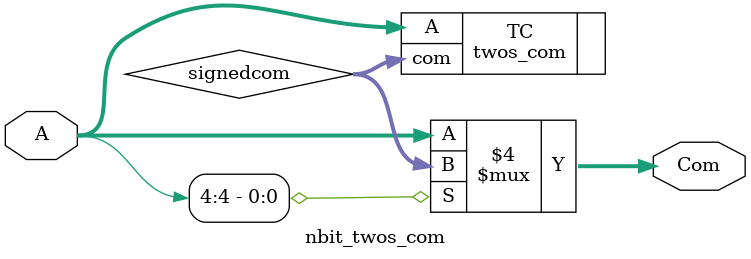
<source format=v>
`timescale 1ns / 1ps

module nbit_twos_com #(parameter WIDTH = 5)(A, Com);
    input [WIDTH-1:0]A;
    output reg [WIDTH-1:0]Com;
    
    wire [WIDTH-1:0]signedcom;
    
    twos_com #(WIDTH) TC (.A(A), .com(signedcom));
    
    always @ (signedcom) begin
        if (A[WIDTH-1] == 0)
            Com = A;
        else        
            Com = signedcom;
    end
    
endmodule

</source>
